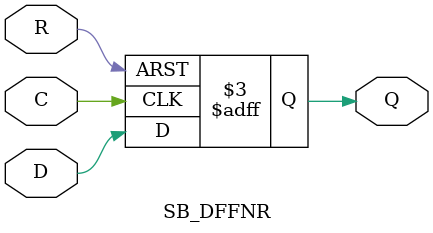
<source format=v>
module SB_DFFNR (output Q, input C, R, D);
	reg Q = 0;
	always @(negedge C, posedge R)
		if (R)
			Q <= 0;
		else
			Q <= D;
endmodule

</source>
